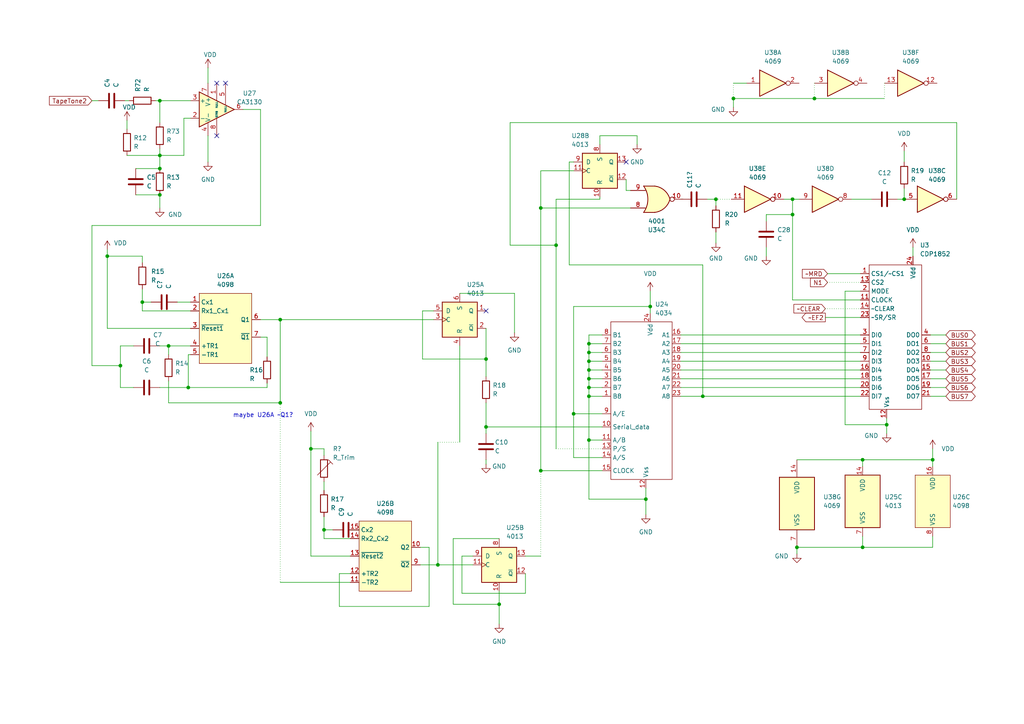
<source format=kicad_sch>
(kicad_sch (version 20211123) (generator eeschema)
  (paper "A4")
  (lib_symbols
    (symbol "4xxx:4001" (pin_names (offset 1.016))
      (property "Reference" "U" (at 0 1.27 0))
      (property "Value" "4001" (at 0 -1.27 0))
      (symbol "4001_1_1"
        (arc (start -3.81 -3.81) (mid -2.589 0) (end -3.81 3.81) (stroke (width 0.254)))
        (arc (start -0.6096 -3.81) (mid 2.1842 -2.5851) (end 3.81 0) (stroke (width 0.254)) (fill (type background)))
        (polyline (pts (xy -3.81 -3.81) (xy -0.635 -3.81)) (stroke (width 0.254)) (fill (type background)))
        (polyline (pts (xy -3.81 3.81) (xy -0.635 3.81)) (stroke (width 0.254)) (fill (type background)))
        (polyline (pts (xy -0.635 3.81) (xy -3.81 3.81) (xy -3.81 3.81) (xy -3.556 3.4036) (xy -3.0226 2.2606) (xy -2.6924 1.0414) (xy -2.6162 -0.254) (xy -2.7686 -1.4986) (xy -3.175 -2.7178) (xy -3.81 -3.81) (xy -3.81 -3.81) (xy -0.635 -3.81)) (stroke (width -25.4)) (fill (type background)))
        (arc (start 3.81 0) (mid 2.1915 2.5936) (end -0.6096 3.81) (stroke (width 0.254)) (fill (type background)))
        (pin input line (at -7.62 2.54 0) (length 4.318) (name "~") (number "1"))
        (pin input line (at -7.62 -2.54 0) (length 4.318) (name "~") (number "2"))
        (pin output inverted (at 7.62 0 180) (length 3.81) (name "~") (number "3"))
      )
      (symbol "4001_1_2"
        (arc (start 0 -3.81) (mid 3.81 0) (end 0 3.81) (stroke (width 0.254)) (fill (type background)))
        (polyline (pts (xy 0 3.81) (xy -3.81 3.81) (xy -3.81 -3.81) (xy 0 -3.81)) (stroke (width 0.254)) (fill (type background)))
        (pin input inverted (at -7.62 2.54 0) (length 3.81) (name "~") (number "1"))
        (pin input inverted (at -7.62 -2.54 0) (length 3.81) (name "~") (number "2"))
        (pin output line (at 7.62 0 180) (length 3.81) (name "~") (number "3"))
      )
      (symbol "4001_2_1"
        (arc (start -3.81 -3.81) (mid -2.589 0) (end -3.81 3.81) (stroke (width 0.254)))
        (arc (start -0.6096 -3.81) (mid 2.1842 -2.5851) (end 3.81 0) (stroke (width 0.254)) (fill (type background)))
        (polyline (pts (xy -3.81 -3.81) (xy -0.635 -3.81)) (stroke (width 0.254)) (fill (type background)))
        (polyline (pts (xy -3.81 3.81) (xy -0.635 3.81)) (stroke (width 0.254)) (fill (type background)))
        (polyline (pts (xy -0.635 3.81) (xy -3.81 3.81) (xy -3.81 3.81) (xy -3.556 3.4036) (xy -3.0226 2.2606) (xy -2.6924 1.0414) (xy -2.6162 -0.254) (xy -2.7686 -1.4986) (xy -3.175 -2.7178) (xy -3.81 -3.81) (xy -3.81 -3.81) (xy -0.635 -3.81)) (stroke (width -25.4)) (fill (type background)))
        (arc (start 3.81 0) (mid 2.1915 2.5936) (end -0.6096 3.81) (stroke (width 0.254)) (fill (type background)))
        (pin output inverted (at 7.62 0 180) (length 3.81) (name "~") (number "4"))
        (pin input line (at -7.62 2.54 0) (length 4.318) (name "~") (number "5"))
        (pin input line (at -7.62 -2.54 0) (length 4.318) (name "~") (number "6"))
      )
      (symbol "4001_2_2"
        (arc (start 0 -3.81) (mid 3.81 0) (end 0 3.81) (stroke (width 0.254)) (fill (type background)))
        (polyline (pts (xy 0 3.81) (xy -3.81 3.81) (xy -3.81 -3.81) (xy 0 -3.81)) (stroke (width 0.254)) (fill (type background)))
        (pin output line (at 7.62 0 180) (length 3.81) (name "~") (number "4"))
        (pin input inverted (at -7.62 2.54 0) (length 3.81) (name "~") (number "5"))
        (pin input inverted (at -7.62 -2.54 0) (length 3.81) (name "~") (number "6"))
      )
      (symbol "4001_3_1"
        (arc (start -3.81 -3.81) (mid -2.589 0) (end -3.81 3.81) (stroke (width 0.254)))
        (arc (start -0.6096 -3.81) (mid 2.1842 -2.5851) (end 3.81 0) (stroke (width 0.254)) (fill (type background)))
        (polyline (pts (xy -3.81 -3.81) (xy -0.635 -3.81)) (stroke (width 0.254)) (fill (type background)))
        (polyline (pts (xy -3.81 3.81) (xy -0.635 3.81)) (stroke (width 0.254)) (fill (type background)))
        (polyline (pts (xy -0.635 3.81) (xy -3.81 3.81) (xy -3.81 3.81) (xy -3.556 3.4036) (xy -3.0226 2.2606) (xy -2.6924 1.0414) (xy -2.6162 -0.254) (xy -2.7686 -1.4986) (xy -3.175 -2.7178) (xy -3.81 -3.81) (xy -3.81 -3.81) (xy -0.635 -3.81)) (stroke (width -25.4)) (fill (type background)))
        (arc (start 3.81 0) (mid 2.1915 2.5936) (end -0.6096 3.81) (stroke (width 0.254)) (fill (type background)))
        (pin output inverted (at 7.62 0 180) (length 3.81) (name "~") (number "10"))
        (pin input line (at -7.62 2.54 0) (length 4.318) (name "~") (number "8"))
        (pin input line (at -7.62 -2.54 0) (length 4.318) (name "~") (number "9"))
      )
      (symbol "4001_3_2"
        (arc (start 0 -3.81) (mid 3.81 0) (end 0 3.81) (stroke (width 0.254)) (fill (type background)))
        (polyline (pts (xy 0 3.81) (xy -3.81 3.81) (xy -3.81 -3.81) (xy 0 -3.81)) (stroke (width 0.254)) (fill (type background)))
        (pin output line (at 7.62 0 180) (length 3.81) (name "~") (number "10"))
        (pin input inverted (at -7.62 2.54 0) (length 3.81) (name "~") (number "8"))
        (pin input inverted (at -7.62 -2.54 0) (length 3.81) (name "~") (number "9"))
      )
      (symbol "4001_4_1"
        (arc (start -3.81 -3.81) (mid -2.589 0) (end -3.81 3.81) (stroke (width 0.254)))
        (arc (start -0.6096 -3.81) (mid 2.1842 -2.5851) (end 3.81 0) (stroke (width 0.254)) (fill (type background)))
        (polyline (pts (xy -3.81 -3.81) (xy -0.635 -3.81)) (stroke (width 0.254)) (fill (type background)))
        (polyline (pts (xy -3.81 3.81) (xy -0.635 3.81)) (stroke (width 0.254)) (fill (type background)))
        (polyline (pts (xy -0.635 3.81) (xy -3.81 3.81) (xy -3.81 3.81) (xy -3.556 3.4036) (xy -3.0226 2.2606) (xy -2.6924 1.0414) (xy -2.6162 -0.254) (xy -2.7686 -1.4986) (xy -3.175 -2.7178) (xy -3.81 -3.81) (xy -3.81 -3.81) (xy -0.635 -3.81)) (stroke (width -25.4)) (fill (type background)))
        (arc (start 3.81 0) (mid 2.1915 2.5936) (end -0.6096 3.81) (stroke (width 0.254)) (fill (type background)))
        (pin output inverted (at 7.62 0 180) (length 3.81) (name "~") (number "11"))
        (pin input line (at -7.62 2.54 0) (length 4.318) (name "~") (number "12"))
        (pin input line (at -7.62 -2.54 0) (length 4.318) (name "~") (number "13"))
      )
      (symbol "4001_4_2"
        (arc (start 0 -3.81) (mid 3.81 0) (end 0 3.81) (stroke (width 0.254)) (fill (type background)))
        (polyline (pts (xy 0 3.81) (xy -3.81 3.81) (xy -3.81 -3.81) (xy 0 -3.81)) (stroke (width 0.254)) (fill (type background)))
        (pin output line (at 7.62 0 180) (length 3.81) (name "~") (number "11"))
        (pin input inverted (at -7.62 2.54 0) (length 3.81) (name "~") (number "12"))
        (pin input inverted (at -7.62 -2.54 0) (length 3.81) (name "~") (number "13"))
      )
      (symbol "4001_5_0"
        (pin power_in line (at 0 12.7 270) (length 5.08) (name "VDD") (number "14"))
        (pin power_in line (at 0 -12.7 90) (length 5.08) (name "VSS") (number "7"))
      )
      (symbol "4001_5_1"
        (rectangle (start -5.08 7.62) (end 5.08 -7.62) (stroke (width 0.254)) (fill (type background)))
      )
    )
    (symbol "4xxx:4013" (pin_names (offset 1.016))
      (property "Reference" "U" (at -7.62 8.89 0))
      (property "Value" "4013" (at -7.62 -8.89 0))
      (symbol "4013_1_1"
        (rectangle (start -5.08 5.08) (end 5.08 -5.08) (stroke (width 0.254)) (fill (type background)))
        (pin output line (at 7.62 2.54 180) (length 2.54) (name "Q") (number "1"))
        (pin output line (at 7.62 -2.54 180) (length 2.54) (name "~{Q}") (number "2"))
        (pin input clock (at -7.62 0 0) (length 2.54) (name "C") (number "3"))
        (pin input line (at 0 -7.62 90) (length 2.54) (name "R") (number "4"))
        (pin input line (at -7.62 2.54 0) (length 2.54) (name "D") (number "5"))
        (pin input line (at 0 7.62 270) (length 2.54) (name "S") (number "6"))
      )
      (symbol "4013_2_1"
        (rectangle (start -5.08 5.08) (end 5.08 -5.08) (stroke (width 0.254)) (fill (type background)))
        (pin input line (at 0 -7.62 90) (length 2.54) (name "R") (number "10"))
        (pin input clock (at -7.62 0 0) (length 2.54) (name "C") (number "11"))
        (pin output line (at 7.62 -2.54 180) (length 2.54) (name "~{Q}") (number "12"))
        (pin output line (at 7.62 2.54 180) (length 2.54) (name "Q") (number "13"))
        (pin input line (at 0 7.62 270) (length 2.54) (name "S") (number "8"))
        (pin input line (at -7.62 2.54 0) (length 2.54) (name "D") (number "9"))
      )
      (symbol "4013_3_0"
        (pin power_in line (at 0 10.16 270) (length 2.54) (name "VDD") (number "14"))
        (pin power_in line (at 0 -10.16 90) (length 2.54) (name "VSS") (number "7"))
      )
      (symbol "4013_3_1"
        (rectangle (start -5.08 7.62) (end 5.08 -7.62) (stroke (width 0.254)) (fill (type background)))
      )
    )
    (symbol "4xxx:4069" (pin_names (offset 1.016))
      (property "Reference" "U" (at 0 1.27 0))
      (property "Value" "4069" (at 0 -1.27 0))
      (symbol "4069_1_0"
        (polyline (pts (xy -3.81 3.81) (xy -3.81 -3.81) (xy 3.81 0) (xy -3.81 3.81)) (stroke (width 0.254)) (fill (type background)))
        (pin input line (at -7.62 0 0) (length 3.81) (name "~") (number "1"))
        (pin output inverted (at 7.62 0 180) (length 3.81) (name "~") (number "2"))
      )
      (symbol "4069_2_0"
        (polyline (pts (xy -3.81 3.81) (xy -3.81 -3.81) (xy 3.81 0) (xy -3.81 3.81)) (stroke (width 0.254)) (fill (type background)))
        (pin input line (at -7.62 0 0) (length 3.81) (name "~") (number "3"))
        (pin output inverted (at 7.62 0 180) (length 3.81) (name "~") (number "4"))
      )
      (symbol "4069_3_0"
        (polyline (pts (xy -3.81 3.81) (xy -3.81 -3.81) (xy 3.81 0) (xy -3.81 3.81)) (stroke (width 0.254)) (fill (type background)))
        (pin input line (at -7.62 0 0) (length 3.81) (name "~") (number "5"))
        (pin output inverted (at 7.62 0 180) (length 3.81) (name "~") (number "6"))
      )
      (symbol "4069_4_0"
        (polyline (pts (xy -3.81 3.81) (xy -3.81 -3.81) (xy 3.81 0) (xy -3.81 3.81)) (stroke (width 0.254)) (fill (type background)))
        (pin output inverted (at 7.62 0 180) (length 3.81) (name "~") (number "8"))
        (pin input line (at -7.62 0 0) (length 3.81) (name "~") (number "9"))
      )
      (symbol "4069_5_0"
        (polyline (pts (xy -3.81 3.81) (xy -3.81 -3.81) (xy 3.81 0) (xy -3.81 3.81)) (stroke (width 0.254)) (fill (type background)))
        (pin output inverted (at 7.62 0 180) (length 3.81) (name "~") (number "10"))
        (pin input line (at -7.62 0 0) (length 3.81) (name "~") (number "11"))
      )
      (symbol "4069_6_0"
        (polyline (pts (xy -3.81 3.81) (xy -3.81 -3.81) (xy 3.81 0) (xy -3.81 3.81)) (stroke (width 0.254)) (fill (type background)))
        (pin output inverted (at 7.62 0 180) (length 3.81) (name "~") (number "12"))
        (pin input line (at -7.62 0 0) (length 3.81) (name "~") (number "13"))
      )
      (symbol "4069_7_0"
        (pin power_in line (at 0 12.7 270) (length 5.08) (name "VDD") (number "14"))
        (pin power_in line (at 0 -12.7 90) (length 5.08) (name "VSS") (number "7"))
      )
      (symbol "4069_7_1"
        (rectangle (start -5.08 7.62) (end 5.08 -7.62) (stroke (width 0.254)) (fill (type background)))
      )
    )
    (symbol "4xxx:4098"
      (property "Reference" "U" (at -5.08 11.43 0))
      (property "Value" "4098" (at -5.08 -11.43 0))
      (symbol "4098_1_1"
        (rectangle (start -7.62 10.16) (end 7.62 -10.16) (fill (type background)))
        (pin input line (at -10.16 7.62 0) (length 2.54) (name "Cx1") (number "1"))
        (pin input line (at -10.16 5.08 0) (length 2.54) (name "Rx1_Cx1") (number "2"))
        (pin input line (at -10.16 0 0) (length 2.54) (name "~{Reset1}") (number "3"))
        (pin input line (at -10.16 -5.08 0) (length 2.54) (name "+TR1") (number "4"))
        (pin input line (at -10.16 -7.62 0) (length 2.54) (name "-TR1") (number "5"))
        (pin output line (at 10.16 2.54 180) (length 2.54) (name "Q1") (number "6"))
        (pin output line (at 10.16 -2.54 180) (length 2.54) (name "~{Q1}") (number "7"))
      )
      (symbol "4098_2_1"
        (rectangle (start -7.62 10.16) (end 7.62 -10.16) (fill (type background)))
        (pin output line (at 10.16 2.54 180) (length 2.54) (name "Q2") (number "10"))
        (pin input line (at -10.16 -7.62 0) (length 2.54) (name "-TR2") (number "11"))
        (pin input line (at -10.16 -5.08 0) (length 2.54) (name "+TR2") (number "12"))
        (pin input line (at -10.16 0 0) (length 2.54) (name "~{Reset2}") (number "13"))
        (pin input line (at -10.16 5.08 0) (length 2.54) (name "Rx2_Cx2") (number "14"))
        (pin input line (at -10.16 7.62 0) (length 2.54) (name "Cx2") (number "15"))
        (pin output line (at 10.16 -2.54 180) (length 2.54) (name "~{Q2}") (number "9"))
      )
      (symbol "4098_3_1"
        (rectangle (start -5.08 7.62) (end 5.08 -7.62) (fill (type background)))
        (pin power_in line (at 0 10.16 270) (length 2.54) (name "VDD") (number "16"))
        (pin power_in line (at 0 -10.16 90) (length 2.54) (name "VSS") (number "8"))
      )
    )
    (symbol "Amplifier_Operational:CA3130" (pin_names (offset 0.127))
      (property "Reference" "U" (at 6.35 5.08 0))
      (property "Value" "CA3130" (at 6.35 2.54 0))
      (symbol "CA3130_0_1"
        (polyline (pts (xy -5.08 5.08) (xy 5.08 0) (xy -5.08 -5.08) (xy -5.08 5.08)) (stroke (width 0.254)) (fill (type background)))
      )
      (symbol "CA3130_1_1"
        (pin passive line (at 0 7.62 270) (length 5.08) (name "NULL") (number "1"))
        (pin input line (at -7.62 -2.54 0) (length 2.54) (name "-") (number "2"))
        (pin input line (at -7.62 2.54 0) (length 2.54) (name "+") (number "3"))
        (pin power_in line (at -2.54 -7.62 90) (length 3.81) (name "V-") (number "4"))
        (pin passive line (at 2.54 7.62 270) (length 6.35) (name "NULL") (number "5"))
        (pin output line (at 7.62 0 180) (length 2.54) (name "~") (number "6"))
        (pin power_in line (at -2.54 7.62 270) (length 3.81) (name "V+") (number "7"))
        (pin passive line (at 0 -7.62 90) (length 5.08) (name "STRB") (number "8"))
      )
    )
    (symbol "Device:C" (pin_numbers hide) (pin_names (offset 0.254))
      (property "Reference" "C" (at 0.635 2.54 0))
      (property "Value" "C" (at 0.635 -2.54 0))
      (symbol "C_0_1"
        (polyline (pts (xy -2.032 -0.762) (xy 2.032 -0.762)) (stroke (width 0.508)))
        (polyline (pts (xy -2.032 0.762) (xy 2.032 0.762)) (stroke (width 0.508)))
      )
      (symbol "C_1_1"
        (pin passive line (at 0 3.81 270) (length 2.794) (name "~") (number "1"))
        (pin passive line (at 0 -3.81 90) (length 2.794) (name "~") (number "2"))
      )
    )
    (symbol "Device:R" (pin_numbers hide) (pin_names (offset 0))
      (property "Reference" "R" (at 2.032 0 90))
      (property "Value" "R" (at 0 0 90))
      (symbol "R_0_1"
        (rectangle (start -1.016 -2.54) (end 1.016 2.54) (stroke (width 0.254)))
      )
      (symbol "R_1_1"
        (pin passive line (at 0 3.81 270) (length 1.27) (name "~") (number "1"))
        (pin passive line (at 0 -3.81 90) (length 1.27) (name "~") (number "2"))
      )
    )
    (symbol "Device:R_Trim" (pin_numbers hide) (pin_names (offset 0))
      (property "Reference" "R" (at 2.54 -2.54 90))
      (property "Value" "R_Trim" (at -2.54 -0.635 90))
      (symbol "R_Trim_0_1"
        (rectangle (start -1.016 -2.54) (end 1.016 2.54) (stroke (width 0.254)))
        (polyline (pts (xy -1.905 -1.905) (xy 1.905 1.905) (xy 2.54 1.27) (xy 1.27 2.54)))
      )
      (symbol "R_Trim_1_1"
        (pin passive line (at 0 3.81 270) (length 1.27) (name "~") (number "1"))
        (pin passive line (at 0 -3.81 90) (length 1.27) (name "~") (number "2"))
      )
    )
    (symbol "New_Library:4034"
      (property "Reference" "U" (at 0 29.21 0))
      (property "Value" "4034" (at 0 31.75 0))
      (symbol "4034_0_1"
        (rectangle (start -8.89 17.78) (end 8.89 -27.94))
      )
      (symbol "4034_1_1"
        (pin bidirectional line (at -11.43 -3.81 0) (length 2.54) (name "B8") (number "1"))
        (pin bidirectional line (at -11.43 -12.7 0) (length 2.54) (name "Serial_data") (number "10"))
        (pin input line (at -11.43 -16.51 0) (length 2.54) (name "A/B") (number "11"))
        (pin power_in line (at 1.27 -30.48 90) (length 2.54) (name "Vss") (number "12"))
        (pin input line (at -11.43 -19.05 0) (length 2.54) (name "P/S") (number "13"))
        (pin input line (at -11.43 -21.59 0) (length 2.54) (name "A/S") (number "14"))
        (pin input line (at -11.43 -25.4 0) (length 2.54) (name "CLOCK") (number "15"))
        (pin bidirectional line (at 11.43 13.97 180) (length 2.54) (name "A1") (number "16"))
        (pin bidirectional line (at 11.43 11.43 180) (length 2.54) (name "A2") (number "17"))
        (pin bidirectional line (at 11.43 8.89 180) (length 2.54) (name "A3") (number "18"))
        (pin bidirectional line (at 11.43 6.35 180) (length 2.54) (name "A4") (number "19"))
        (pin bidirectional line (at -11.43 -1.27 0) (length 2.54) (name "B7") (number "2"))
        (pin bidirectional line (at 11.43 3.81 180) (length 2.54) (name "A5") (number "20"))
        (pin bidirectional line (at 11.43 1.27 180) (length 2.54) (name "A6") (number "21"))
        (pin bidirectional line (at 11.43 -1.27 180) (length 2.54) (name "A7") (number "22"))
        (pin bidirectional line (at 11.43 -3.81 180) (length 2.54) (name "A8") (number "23"))
        (pin power_in line (at 2.54 20.32 270) (length 2.54) (name "Vdd") (number "24"))
        (pin bidirectional line (at -11.43 1.27 0) (length 2.54) (name "B6") (number "3"))
        (pin bidirectional line (at -11.43 3.81 0) (length 2.54) (name "B5") (number "4"))
        (pin bidirectional line (at -11.43 6.35 0) (length 2.54) (name "B4") (number "5"))
        (pin bidirectional line (at -11.43 8.89 0) (length 2.54) (name "B3") (number "6"))
        (pin bidirectional line (at -11.43 11.43 0) (length 2.54) (name "B2") (number "7"))
        (pin bidirectional line (at -11.43 13.97 0) (length 2.54) (name "B1") (number "8"))
        (pin input line (at -11.43 -8.89 0) (length 2.54) (name "A/E") (number "9"))
      )
    )
    (symbol "New_Library:CDP1852"
      (property "Reference" "U" (at 0 21.59 0))
      (property "Value" "CDP1852" (at 0 24.13 0))
      (symbol "CDP1852_0_1"
        (rectangle (start -7.62 19.05) (end 7.62 -22.86))
      )
      (symbol "CDP1852_1_1"
        (pin input line (at -10.16 16.51 0) (length 2.54) (name "CS1/~CS1") (number "1"))
        (pin output line (at 10.16 -8.89 180) (length 2.54) (name "DO3") (number "10"))
        (pin input line (at -10.16 8.89 0) (length 2.54) (name "CLOCK") (number "11"))
        (pin power_in line (at -2.54 -25.4 90) (length 2.54) (name "Vss") (number "12"))
        (pin input line (at -10.16 13.97 0) (length 2.54) (name "CS2") (number "13"))
        (pin input line (at -10.16 6.35 0) (length 2.54) (name "~CLEAR") (number "14"))
        (pin output line (at 10.16 -11.43 180) (length 2.54) (name "DO4") (number "15"))
        (pin input line (at -10.16 -11.43 0) (length 2.54) (name "DI4") (number "16"))
        (pin output line (at 10.16 -13.97 180) (length 2.54) (name "DO5") (number "17"))
        (pin input line (at -10.16 -13.97 0) (length 2.54) (name "DI5") (number "18"))
        (pin output line (at 10.16 -16.51 180) (length 2.54) (name "DO6") (number "19"))
        (pin input line (at -10.16 11.43 0) (length 2.54) (name "MODE") (number "2"))
        (pin input line (at -10.16 -16.51 0) (length 2.54) (name "DI6") (number "20"))
        (pin output line (at 10.16 -19.05 180) (length 2.54) (name "DO7") (number "21"))
        (pin input line (at -10.16 -19.05 0) (length 2.54) (name "DI7") (number "22"))
        (pin input line (at -10.16 3.81 0) (length 2.54) (name "~SR/SR") (number "23"))
        (pin power_in line (at 5.08 21.59 270) (length 2.54) (name "Vdd") (number "24"))
        (pin input line (at -10.16 -1.27 0) (length 2.54) (name "DI0") (number "3"))
        (pin output line (at 10.16 -1.27 180) (length 2.54) (name "DO0") (number "4"))
        (pin input line (at -10.16 -3.81 0) (length 2.54) (name "DI1") (number "5"))
        (pin output line (at 10.16 -3.81 180) (length 2.54) (name "DO1") (number "6"))
        (pin input line (at -10.16 -6.35 0) (length 2.54) (name "DI2") (number "7"))
        (pin output line (at 10.16 -6.35 180) (length 2.54) (name "DO2") (number "8"))
        (pin input line (at -10.16 -8.89 0) (length 2.54) (name "DI3") (number "9"))
      )
    )
    (symbol "power:GND" (power) (pin_names (offset 0))
      (property "Value" "GND" (at 0 -3.81 0))
      (symbol "GND_0_1"
        (polyline (pts (xy 0 0) (xy 0 -1.27) (xy 1.27 -1.27) (xy 0 -2.54) (xy -1.27 -1.27) (xy 0 -1.27)))
      )
      (symbol "GND_1_1"
        (pin power_in line (at 0 0 270) (length 0) hide (name "GND") (number "1"))
      )
    )
    (symbol "power:VDD" (power) (pin_names (offset 0))
      (property "Value" "VDD" (at 0 3.81 0))
      (symbol "VDD_0_1"
        (polyline (pts (xy -0.762 1.27) (xy 0 2.54)))
        (polyline (pts (xy 0 0) (xy 0 2.54)))
        (polyline (pts (xy 0 2.54) (xy 0.762 1.27)))
      )
      (symbol "VDD_1_1"
        (pin power_in line (at 0 0 90) (length 0) hide (name "VDD") (number "1"))
      )
    )
  )
  (junction (at 144.78 175.26))
  (junction (at 170.815 104.775))
  (junction (at 161.29 71.12))
  (junction (at 93.98 153.67))
  (junction (at 188.595 88.9))
  (junction (at 170.815 127.635))
  (junction (at 81.28 92.71))
  (junction (at 127 163.83))
  (junction (at 270.51 133.35))
  (junction (at 236.22 28.575))
  (junction (at 203.835 114.935))
  (junction (at 212.725 28.575))
  (junction (at 54.61 112.395))
  (junction (at 170.815 102.235))
  (junction (at 231.14 158.75))
  (junction (at 46.355 48.895))
  (junction (at 140.97 104.14))
  (junction (at 257.175 123.19))
  (junction (at 187.325 144.78))
  (junction (at 81.28 116.84))
  (junction (at 170.815 112.395))
  (junction (at 229.87 57.785))
  (junction (at 34.925 106.045))
  (junction (at 48.895 100.33))
  (junction (at 31.115 74.295))
  (junction (at 140.97 123.825))
  (junction (at 170.815 107.315))
  (junction (at 170.815 99.695))
  (junction (at 46.355 56.515))
  (junction (at 46.355 29.21))
  (junction (at 262.255 57.785))
  (junction (at 250.19 133.35))
  (junction (at 156.845 60.325))
  (junction (at 207.645 57.785))
  (junction (at 170.815 109.855))
  (junction (at 90.17 130.175))
  (junction (at 41.275 87.63))
  (junction (at 166.37 120.015))
  (junction (at 46.355 45.085))
  (junction (at 156.845 136.525))
  (junction (at 250.19 158.75))
  (junction (at 229.87 62.23))
  (junction (at 170.815 114.935))
  (no_connect (at 62.865 39.37))
  (no_connect (at 62.865 24.13))
  (no_connect (at 65.405 24.13))
  (no_connect (at 140.97 90.17))
  (no_connect (at 181.61 46.99))
  (wire (pts (xy 170.815 102.235) (xy 174.625 102.235)))
  (wire (pts (xy 104.14 153.67) (xy 101.6 153.67)))
  (wire (pts (xy 147.955 35.56) (xy 277.495 35.56)))
  (wire (pts (xy 147.955 71.12) (xy 161.29 71.12)))
  (wire (pts (xy 229.87 62.23) (xy 229.87 86.995)))
  (wire (pts (xy 133.35 85.09) (xy 149.225 85.09)))
  (wire (pts (xy 197.485 99.695) (xy 249.555 99.695)))
  (wire (pts (xy 26.67 29.21) (xy 28.575 29.21)))
  (wire (pts (xy 46.355 29.21) (xy 46.355 35.56)))
  (wire (pts (xy 197.485 109.855) (xy 249.555 109.855)))
  (wire (pts (xy 198.12 57.785) (xy 197.485 57.785)))
  (wire (pts (xy 53.34 34.29) (xy 53.34 45.085)))
  (wire (pts (xy 156.845 60.325) (xy 182.88 60.325)))
  (wire (pts (xy 60.325 19.685) (xy 60.325 24.13)))
  (wire (pts (xy 240.03 79.375) (xy 249.555 79.375)))
  (wire (pts (xy 250.19 133.35) (xy 270.51 133.35)))
  (wire (pts (xy 166.37 49.53) (xy 156.845 49.53)))
  (wire (pts (xy 170.815 127.635) (xy 174.625 127.635)))
  (wire (pts (xy 188.595 88.9) (xy 188.595 90.805)))
  (wire (pts (xy 174.625 132.715) (xy 166.37 132.715)))
  (wire (pts (xy 269.875 109.855) (xy 274.32 109.855)))
  (wire (pts (xy 229.87 57.785) (xy 231.775 57.785)))
  (wire (pts (xy 70.485 31.75) (xy 75.565 31.75)))
  (wire (pts (xy 41.275 87.63) (xy 41.275 90.17)))
  (wire (pts (xy 165.1 46.99) (xy 165.1 76.835)))
  (wire (pts (xy 236.22 28.575) (xy 212.725 28.575)))
  (wire (pts (xy 48.895 116.84) (xy 81.28 116.84)))
  (wire (pts (xy 245.11 123.19) (xy 257.175 123.19)))
  (wire (pts (xy 75.565 92.71) (xy 81.28 92.71)))
  (wire (pts (xy 269.875 114.935) (xy 274.32 114.935)))
  (wire (pts (xy 184.785 39.37) (xy 184.785 41.91)))
  (wire (pts (xy 161.29 57.785) (xy 173.99 57.785)))
  (wire (pts (xy 90.17 125.095) (xy 90.17 130.175)))
  (wire (pts (xy 41.275 83.82) (xy 41.275 87.63)))
  (wire (pts (xy 133.985 172.085) (xy 152.4 172.085)))
  (wire (pts (xy 250.19 133.35) (xy 250.19 135.255)))
  (wire (pts (xy 256.54 28.575) (xy 236.22 28.575)))
  (wire (pts (xy 101.6 166.37) (xy 98.425 166.37)))
  (wire (pts (xy 38.735 100.33) (xy 34.925 100.33)))
  (wire (pts (xy 54.61 112.395) (xy 54.61 102.87)))
  (wire (pts (xy 53.34 34.29) (xy 55.245 34.29)))
  (wire (pts (xy 270.51 155.575) (xy 270.51 158.75)))
  (wire (pts (xy 31.115 74.295) (xy 31.115 95.25)))
  (wire (pts (xy 181.61 55.245) (xy 182.88 55.245)))
  (wire (pts (xy 170.815 109.855) (xy 174.625 109.855)))
  (wire (pts (xy 170.815 112.395) (xy 170.815 114.935)))
  (wire (pts (xy 170.815 107.315) (xy 174.625 107.315)))
  (wire (pts (xy 98.425 175.895) (xy 124.46 175.895)))
  (wire (pts (xy 45.085 29.21) (xy 46.355 29.21)))
  (wire (pts (xy 207.645 57.785) (xy 212.09 57.785)) (stroke (width 0) (type dot)))
  (wire (pts (xy 81.28 92.71) (xy 81.28 116.84)))
  (wire (pts (xy 93.98 156.21) (xy 101.6 156.21)))
  (wire (pts (xy 245.11 84.455) (xy 245.11 123.19)))
  (wire (pts (xy 127 128.27) (xy 127 163.83)))
  (wire (pts (xy 46.355 29.21) (xy 55.245 29.21)))
  (wire (pts (xy 46.355 45.085) (xy 46.355 48.895)))
  (wire (pts (xy 31.115 72.39) (xy 31.115 74.295)))
  (wire (pts (xy 207.645 57.785) (xy 207.645 59.69)))
  (wire (pts (xy 270.51 158.75) (xy 250.19 158.75)))
  (wire (pts (xy 170.815 97.155) (xy 170.815 99.695)))
  (wire (pts (xy 207.645 67.31) (xy 207.645 70.485)))
  (wire (pts (xy 197.485 107.315) (xy 249.555 107.315)))
  (wire (pts (xy 34.925 100.33) (xy 34.925 106.045)))
  (wire (pts (xy 90.17 161.29) (xy 101.6 161.29)))
  (wire (pts (xy 156.845 136.525) (xy 174.625 136.525)))
  (wire (pts (xy 269.875 99.695) (xy 274.32 99.695)))
  (wire (pts (xy 229.87 86.995) (xy 249.555 86.995)))
  (wire (pts (xy 140.97 104.14) (xy 140.97 95.25)))
  (wire (pts (xy 137.16 161.29) (xy 133.985 161.29)))
  (wire (pts (xy 170.815 104.775) (xy 174.625 104.775)))
  (wire (pts (xy 270.51 133.35) (xy 270.51 135.255)))
  (wire (pts (xy 133.985 161.29) (xy 133.985 172.085)))
  (wire (pts (xy 277.495 57.785) (xy 277.495 35.56)))
  (wire (pts (xy 36.83 45.085) (xy 46.355 45.085)))
  (wire (pts (xy 197.485 102.235) (xy 249.555 102.235)))
  (wire (pts (xy 262.255 54.61) (xy 262.255 57.785)))
  (wire (pts (xy 41.275 90.17) (xy 55.245 90.17)))
  (wire (pts (xy 166.37 88.9) (xy 166.37 120.015)))
  (wire (pts (xy 98.425 166.37) (xy 98.425 175.895)))
  (wire (pts (xy 236.22 24.13) (xy 236.22 28.575)) (stroke (width 0) (type dot)))
  (wire (pts (xy 257.175 123.19) (xy 257.175 121.285)))
  (wire (pts (xy 48.895 100.33) (xy 55.245 100.33)))
  (wire (pts (xy 212.725 28.575) (xy 212.725 31.115)))
  (wire (pts (xy 36.195 29.21) (xy 37.465 29.21)))
  (wire (pts (xy 187.325 144.78) (xy 187.325 149.225)))
  (wire (pts (xy 260.35 57.785) (xy 262.255 57.785)))
  (wire (pts (xy 269.875 104.775) (xy 274.32 104.775)))
  (wire (pts (xy 140.97 123.825) (xy 140.97 125.73)))
  (wire (pts (xy 131.445 175.26) (xy 144.78 175.26)))
  (wire (pts (xy 269.875 102.235) (xy 274.32 102.235)))
  (wire (pts (xy 140.97 104.14) (xy 140.97 109.22)))
  (wire (pts (xy 264.795 71.755) (xy 264.795 74.295)))
  (wire (pts (xy 127 128.27) (xy 133.35 128.27)) (stroke (width 0) (type dot)))
  (wire (pts (xy 93.98 153.67) (xy 93.98 156.21)))
  (wire (pts (xy 166.37 120.015) (xy 174.625 120.015)))
  (wire (pts (xy 144.78 175.26) (xy 144.78 180.975)))
  (wire (pts (xy 188.595 84.455) (xy 188.595 88.9)))
  (wire (pts (xy 54.61 102.87) (xy 55.245 102.87)))
  (wire (pts (xy 48.895 110.49) (xy 48.895 116.84)))
  (wire (pts (xy 170.815 109.855) (xy 170.815 112.395)))
  (wire (pts (xy 147.955 35.56) (xy 147.955 71.12)))
  (wire (pts (xy 124.46 175.895) (xy 124.46 158.75)))
  (wire (pts (xy 187.325 144.78) (xy 187.325 141.605)))
  (wire (pts (xy 75.565 31.75) (xy 75.565 65.405)))
  (wire (pts (xy 140.97 123.825) (xy 174.625 123.825)))
  (wire (pts (xy 239.395 89.535) (xy 249.555 89.535)) (stroke (width 0) (type dot)))
  (wire (pts (xy 75.565 65.405) (xy 26.67 65.405)))
  (wire (pts (xy 166.37 46.99) (xy 165.1 46.99)))
  (wire (pts (xy 197.485 97.155) (xy 249.555 97.155)))
  (wire (pts (xy 131.445 156.21) (xy 131.445 175.26)))
  (wire (pts (xy 124.46 158.75) (xy 121.92 158.75)))
  (wire (pts (xy 250.19 155.575) (xy 250.19 158.75)))
  (wire (pts (xy 166.37 88.9) (xy 188.595 88.9)))
  (wire (pts (xy 256.54 24.13) (xy 256.54 28.575)) (stroke (width 0) (type dot)))
  (wire (pts (xy 161.29 130.175) (xy 174.625 130.175)) (stroke (width 0) (type dot)))
  (wire (pts (xy 170.815 102.235) (xy 170.815 104.775)))
  (wire (pts (xy 170.815 114.935) (xy 174.625 114.935)))
  (wire (pts (xy 39.37 56.515) (xy 46.355 56.515)))
  (wire (pts (xy 270.51 130.175) (xy 270.51 133.35)))
  (wire (pts (xy 144.78 175.26) (xy 144.78 171.45)))
  (wire (pts (xy 197.485 104.775) (xy 249.555 104.775)))
  (wire (pts (xy 36.83 34.925) (xy 36.83 37.465)))
  (wire (pts (xy 227.33 57.785) (xy 229.87 57.785)))
  (wire (pts (xy 197.485 114.935) (xy 203.835 114.935)))
  (wire (pts (xy 161.29 71.12) (xy 161.29 130.175)))
  (wire (pts (xy 149.225 85.09) (xy 149.225 96.52)))
  (wire (pts (xy 93.98 139.7) (xy 93.98 142.24)))
  (wire (pts (xy 197.485 112.395) (xy 249.555 112.395)))
  (wire (pts (xy 170.815 107.315) (xy 170.815 109.855)))
  (wire (pts (xy 249.555 84.455) (xy 245.11 84.455)))
  (wire (pts (xy 174.625 97.155) (xy 170.815 97.155)))
  (wire (pts (xy 46.355 100.33) (xy 48.895 100.33)))
  (wire (pts (xy 222.25 62.23) (xy 229.87 62.23)))
  (wire (pts (xy 156.845 161.29) (xy 156.845 136.525)) (stroke (width 0) (type dot)))
  (wire (pts (xy 229.87 57.785) (xy 229.87 62.23)))
  (wire (pts (xy 152.4 172.085) (xy 152.4 166.37)))
  (wire (pts (xy 125.73 90.17) (xy 122.555 90.17)))
  (wire (pts (xy 203.835 114.935) (xy 249.555 114.935)))
  (wire (pts (xy 257.175 123.19) (xy 257.175 125.73)))
  (wire (pts (xy 173.99 41.91) (xy 173.99 39.37)))
  (wire (pts (xy 26.67 106.045) (xy 34.925 106.045)))
  (wire (pts (xy 165.1 76.835) (xy 203.835 76.835)))
  (wire (pts (xy 93.98 149.86) (xy 93.98 153.67)))
  (wire (pts (xy 240.03 81.915) (xy 249.555 81.915)) (stroke (width 0) (type dot)))
  (wire (pts (xy 205.105 57.785) (xy 207.645 57.785)))
  (wire (pts (xy 170.815 127.635) (xy 170.815 144.78)))
  (wire (pts (xy 133.35 100.33) (xy 133.35 128.27)))
  (wire (pts (xy 170.815 104.775) (xy 170.815 107.315)))
  (wire (pts (xy 60.325 39.37) (xy 60.325 46.99)))
  (wire (pts (xy 51.435 87.63) (xy 55.245 87.63)))
  (wire (pts (xy 81.28 92.71) (xy 125.73 92.71)))
  (wire (pts (xy 173.99 57.15) (xy 173.99 57.785)))
  (wire (pts (xy 269.875 112.395) (xy 274.32 112.395)))
  (wire (pts (xy 222.25 62.23) (xy 222.25 64.135)))
  (wire (pts (xy 140.97 116.84) (xy 140.97 123.825)))
  (wire (pts (xy 127 163.83) (xy 137.16 163.83)))
  (wire (pts (xy 144.78 156.21) (xy 131.445 156.21)))
  (wire (pts (xy 122.555 90.17) (xy 122.555 104.14)))
  (wire (pts (xy 39.37 48.895) (xy 46.355 48.895)))
  (wire (pts (xy 46.355 43.18) (xy 46.355 45.085)))
  (wire (pts (xy 222.25 71.755) (xy 222.25 74.295)))
  (wire (pts (xy 170.815 144.78) (xy 187.325 144.78)))
  (wire (pts (xy 161.29 57.785) (xy 161.29 71.12)))
  (wire (pts (xy 43.815 87.63) (xy 41.275 87.63)))
  (wire (pts (xy 231.14 158.75) (xy 231.14 160.655)))
  (wire (pts (xy 75.565 97.79) (xy 77.47 97.79)))
  (wire (pts (xy 212.725 24.13) (xy 212.725 28.575)) (stroke (width 0) (type dot)))
  (wire (pts (xy 269.875 97.155) (xy 274.32 97.155)))
  (wire (pts (xy 34.925 106.045) (xy 34.925 112.395)))
  (wire (pts (xy 170.815 112.395) (xy 174.625 112.395)))
  (wire (pts (xy 262.255 43.815) (xy 262.255 46.99)))
  (wire (pts (xy 166.37 132.715) (xy 166.37 120.015)))
  (wire (pts (xy 247.015 57.785) (xy 252.73 57.785)))
  (wire (pts (xy 156.845 49.53) (xy 156.845 60.325)))
  (wire (pts (xy 93.98 132.08) (xy 93.98 130.175)))
  (wire (pts (xy 48.895 100.33) (xy 48.895 102.87)))
  (wire (pts (xy 140.97 133.35) (xy 140.97 134.62)))
  (wire (pts (xy 81.28 116.84) (xy 81.28 168.91)) (stroke (width 0) (type dot)))
  (wire (pts (xy 90.17 130.175) (xy 90.17 161.29)))
  (wire (pts (xy 93.98 130.175) (xy 90.17 130.175)))
  (wire (pts (xy 122.555 104.14) (xy 140.97 104.14)))
  (wire (pts (xy 203.835 76.835) (xy 203.835 114.935)))
  (wire (pts (xy 170.815 114.935) (xy 170.815 127.635)))
  (wire (pts (xy 34.925 112.395) (xy 38.735 112.395)))
  (wire (pts (xy 173.99 39.37) (xy 184.785 39.37)))
  (wire (pts (xy 81.28 168.91) (xy 101.6 168.91)))
  (wire (pts (xy 46.355 112.395) (xy 54.61 112.395)))
  (wire (pts (xy 77.47 97.79) (xy 77.47 103.505)))
  (wire (pts (xy 55.245 95.25) (xy 31.115 95.25)))
  (wire (pts (xy 216.535 24.13) (xy 212.725 24.13)))
  (wire (pts (xy 46.355 56.515) (xy 46.355 60.325)))
  (wire (pts (xy 26.67 106.045) (xy 26.67 65.405)))
  (wire (pts (xy 170.815 99.695) (xy 170.815 102.235)))
  (wire (pts (xy 96.52 153.67) (xy 93.98 153.67)))
  (wire (pts (xy 181.61 52.07) (xy 181.61 55.245)))
  (wire (pts (xy 46.355 45.085) (xy 53.34 45.085)))
  (wire (pts (xy 121.92 163.83) (xy 127 163.83)))
  (wire (pts (xy 77.47 112.395) (xy 54.61 112.395)))
  (wire (pts (xy 152.4 161.29) (xy 156.845 161.29)))
  (wire (pts (xy 231.14 158.75) (xy 250.19 158.75)))
  (wire (pts (xy 239.395 92.075) (xy 249.555 92.075)))
  (wire (pts (xy 41.275 76.2) (xy 41.275 74.295)))
  (wire (pts (xy 156.845 60.325) (xy 156.845 136.525)))
  (wire (pts (xy 269.875 107.315) (xy 274.32 107.315)))
  (wire (pts (xy 41.275 74.295) (xy 31.115 74.295)))
  (wire (pts (xy 231.14 133.35) (xy 250.19 133.35)))
  (wire (pts (xy 170.815 99.695) (xy 174.625 99.695)))
  (wire (pts (xy 77.47 111.125) (xy 77.47 112.395)))
  (text "maybe U26A ~Q1?" (at 85.09 121.285 180) (effects (font (size 1.27 1.27)) (justify right bottom)))
  (global_label "TapeTone2" (shape input) (at 26.67 29.21 180) (property "Intersheet References" "${INTERSHEET_REFS}" (effects hide)))
  (global_label "N1" (shape input) (at 240.03 81.915 180) (property "Intersheet References" "${INTERSHEET_REFS}" (effects hide)))
  (global_label "BUS6" (shape bidirectional) (at 274.32 112.395 0) (property "Intersheet References" "${INTERSHEET_REFS}" (effects hide)))
  (global_label "BUS5" (shape bidirectional) (at 274.32 109.855 0) (property "Intersheet References" "${INTERSHEET_REFS}" (effects hide)))
  (global_label "BUS1" (shape bidirectional) (at 274.32 99.695 0) (property "Intersheet References" "${INTERSHEET_REFS}" (effects hide)))
  (global_label "~CLEAR" (shape input) (at 239.395 89.535 180) (property "Intersheet References" "${INTERSHEET_REFS}" (effects hide)))
  (global_label "BUS4" (shape bidirectional) (at 274.32 107.315 0) (property "Intersheet References" "${INTERSHEET_REFS}" (effects hide)))
  (global_label "BUS2" (shape bidirectional) (at 274.32 102.235 0) (property "Intersheet References" "${INTERSHEET_REFS}" (effects hide)))
  (global_label "BUS0" (shape bidirectional) (at 274.32 97.155 0) (property "Intersheet References" "${INTERSHEET_REFS}" (effects hide)))
  (global_label "BUS3" (shape bidirectional) (at 274.32 104.775 0) (property "Intersheet References" "${INTERSHEET_REFS}" (effects hide)))
  (global_label "~MRD" (shape input) (at 240.03 79.375 180) (property "Intersheet References" "${INTERSHEET_REFS}" (effects hide)))
  (global_label "BUS7" (shape bidirectional) (at 274.32 114.935 0) (property "Intersheet References" "${INTERSHEET_REFS}" (effects hide)))
  (global_label "~EF2" (shape output) (at 239.395 92.075 180) (property "Intersheet References" "${INTERSHEET_REFS}" (effects hide)))
  (symbol (lib_id "Device:C") (at 32.385 29.21 90) (unit 1)
    (property "Reference" "C4" (at 31.1149 25.4 0) (effects (justify left)))
    (property "Value" "C" (at 33.6549 25.4 0) (effects (justify left)))
  )
  (symbol (lib_id "4xxx:4069") (at 264.16 24.13 0) (unit 6)
    (property "Reference" "U38" (at 264.16 15.24 0))
    (property "Value" "4069" (at 264.16 17.78 0))
    (property "Datasheet" "http://www.intersil.com/content/dam/Intersil/documents/cd40/cd4069ubms.pdf" (effects hide))
  )
  (symbol (lib_id "power:GND") (at 207.645 70.485 0) (unit 1)
    (property "Reference" "#PWR?" (effects hide))
    (property "Value" "GND" (at 207.645 74.93 0))
  )
  (symbol (lib_id "4xxx:4069") (at 269.875 57.785 0) (unit 3)
    (property "Reference" "U38" (at 271.78 49.53 0))
    (property "Value" "4069" (at 271.78 52.07 0))
    (property "Datasheet" "http://www.intersil.com/content/dam/Intersil/documents/cd40/cd4069ubms.pdf" (effects hide))
  )
  (symbol (lib_id "4xxx:4013") (at 250.19 145.415 0) (unit 3)
    (property "Reference" "U25" (at 256.54 144.1449 0) (effects (justify left)))
    (property "Value" "4013" (at 256.54 146.6849 0) (effects (justify left)))
    (property "Datasheet" "http://www.onsemi.com/pub/Collateral/MC14013B-D.PDF" (effects hide))
  )
  (symbol (lib_id "Device:R") (at 140.97 113.03 0) (unit 1)
    (property "Reference" "R18" (at 142.875 111.7599 0) (effects (justify left)))
    (property "Value" "R" (at 142.875 114.2999 0) (effects (justify left)))
  )
  (symbol (lib_id "Amplifier_Operational:CA3130") (at 62.865 31.75 0) (unit 1)
    (property "Reference" "U27" (at 72.39 27.051 0))
    (property "Value" "CA3130" (at 72.39 29.591 0))
    (property "Datasheet" "http://www.intersil.com/content/dam/intersil/documents/ca31/ca3130-a.pdf" (effects hide))
  )
  (symbol (lib_id "power:GND") (at 149.225 96.52 0) (unit 1)
    (property "Reference" "#PWR?" (effects hide))
    (property "Value" "GND" (at 149.225 101.6 0))
  )
  (symbol (lib_id "power:VDD") (at 262.255 43.815 0) (unit 1)
    (property "Reference" "#PWR?" (effects hide))
    (property "Value" "VDD" (at 262.255 38.735 0))
  )
  (symbol (lib_id "power:GND") (at 140.97 134.62 0) (unit 1)
    (property "Reference" "#PWR?" (effects hide))
    (property "Value" "GND" (at 144.78 135.255 0))
  )
  (symbol (lib_id "Device:C") (at 47.625 87.63 90) (unit 1)
    (property "Reference" "C?" (at 46.3549 83.82 0) (effects (justify left)))
    (property "Value" "C" (at 48.8949 83.82 0) (effects (justify left)))
  )
  (symbol (lib_id "Device:C") (at 100.33 153.67 90) (unit 1)
    (property "Reference" "C9" (at 99.0599 149.86 0) (effects (justify left)))
    (property "Value" "C" (at 101.5999 149.86 0) (effects (justify left)))
  )
  (symbol (lib_id "4xxx:4069") (at 219.71 57.785 0) (unit 5)
    (property "Reference" "U38" (at 219.71 48.895 0))
    (property "Value" "4069" (at 219.71 51.435 0))
    (property "Datasheet" "http://www.intersil.com/content/dam/Intersil/documents/cd40/cd4069ubms.pdf" (effects hide))
  )
  (symbol (lib_id "power:VDD") (at 188.595 84.455 0) (unit 1)
    (property "Reference" "#PWR?" (effects hide))
    (property "Value" "VDD" (at 188.595 79.375 0))
  )
  (symbol (lib_id "Device:R_Trim") (at 93.98 135.89 0) (unit 1)
    (property "Reference" "R?" (at 96.52 130.175 0) (effects (justify left)))
    (property "Value" "R_Trim" (at 96.52 132.715 0) (effects (justify left)))
  )
  (symbol (lib_id "4xxx:4069") (at 243.84 24.13 0) (unit 2)
    (property "Reference" "U38" (at 243.84 15.24 0))
    (property "Value" "4069" (at 243.84 17.78 0))
    (property "Datasheet" "http://www.intersil.com/content/dam/Intersil/documents/cd40/cd4069ubms.pdf" (effects hide))
  )
  (symbol (lib_id "power:GND") (at 222.25 74.295 0) (unit 1)
    (property "Reference" "#PWR?" (effects hide))
    (property "Value" "GND" (at 217.805 74.93 0))
  )
  (symbol (lib_id "power:VDD") (at 270.51 130.175 0) (unit 1)
    (property "Reference" "#PWR?" (effects hide))
    (property "Value" "VDD" (at 274.955 130.175 0))
  )
  (symbol (lib_id "New_Library:CDP1852") (at 259.715 95.885 0) (unit 1)
    (property "Reference" "U3" (at 266.8144 71.12 0) (effects (justify left)))
    (property "Value" "CDP1852" (at 266.8144 73.66 0) (effects (justify left)))
  )
  (symbol (lib_id "4xxx:4098") (at 270.51 145.415 0) (unit 3)
    (property "Reference" "U26" (at 276.225 144.1449 0) (effects (justify left)))
    (property "Value" "4098" (at 276.225 146.6849 0) (effects (justify left)))
    (property "Datasheet" "http://www.ti.com/lit/ds/symlink/cd4098b.pdf" (effects hide))
  )
  (symbol (lib_id "power:VDD") (at 90.17 125.095 0) (unit 1)
    (property "Reference" "#PWR?" (effects hide))
    (property "Value" "VDD" (at 90.17 120.015 0))
  )
  (symbol (lib_id "Device:C") (at 42.545 100.33 90) (unit 1)
    (property "Reference" "C7" (at 45.72 97.155 90))
    (property "Value" "C" (at 45.72 99.695 90))
  )
  (symbol (lib_id "power:VDD") (at 31.115 72.39 0) (unit 1)
    (property "Reference" "#PWR?" (effects hide))
    (property "Value" "VDD" (at 34.925 70.485 0))
  )
  (symbol (lib_id "Device:R") (at 262.255 50.8 0) (unit 1)
    (property "Reference" "R19" (at 264.16 49.5299 0) (effects (justify left)))
    (property "Value" "R" (at 264.16 52.0699 0) (effects (justify left)))
  )
  (symbol (lib_id "Device:R") (at 41.275 29.21 90) (unit 1)
    (property "Reference" "R72" (at 40.0049 26.67 0) (effects (justify left)))
    (property "Value" "R" (at 42.5449 26.67 0) (effects (justify left)))
  )
  (symbol (lib_id "Device:C") (at 201.295 57.785 90) (unit 1)
    (property "Reference" "C11?" (at 200.0249 54.61 0) (effects (justify left)))
    (property "Value" "C" (at 202.5649 54.61 0) (effects (justify left)))
  )
  (symbol (lib_id "power:GND") (at 187.325 149.225 0) (unit 1)
    (property "Reference" "#PWR?" (effects hide))
    (property "Value" "GND" (at 187.325 154.305 0))
  )
  (symbol (lib_id "Device:R") (at 36.83 41.275 0) (unit 1)
    (property "Reference" "R12" (at 38.735 40.0049 0) (effects (justify left)))
    (property "Value" "R" (at 38.735 42.5449 0) (effects (justify left)))
  )
  (symbol (lib_id "power:GND") (at 46.355 60.325 0) (unit 1)
    (property "Reference" "#PWR?" (effects hide))
    (property "Value" "GND" (at 50.8 62.23 0))
  )
  (symbol (lib_id "4xxx:4013") (at 173.99 49.53 0) (unit 2)
    (property "Reference" "U28" (at 165.735 39.37 0) (effects (justify left)))
    (property "Value" "4013" (at 165.735 41.91 0) (effects (justify left)))
    (property "Datasheet" "http://www.onsemi.com/pub/Collateral/MC14013B-D.PDF" (effects hide))
  )
  (symbol (lib_id "Device:R") (at 46.355 39.37 0) (unit 1)
    (property "Reference" "R73" (at 48.26 38.0999 0) (effects (justify left)))
    (property "Value" "R" (at 48.26 40.6399 0) (effects (justify left)))
  )
  (symbol (lib_id "Device:C") (at 39.37 52.705 0) (unit 1)
    (property "Reference" "C5" (at 42.545 51.4349 0) (effects (justify left)))
    (property "Value" "C" (at 42.545 53.9749 0) (effects (justify left)))
  )
  (symbol (lib_id "Device:R") (at 77.47 107.315 0) (unit 1)
    (property "Reference" "R16" (at 72.39 107.315 0) (effects (justify left)))
    (property "Value" "R" (at 72.39 109.855 0) (effects (justify left)))
  )
  (symbol (lib_id "Device:R") (at 48.895 106.68 0) (unit 1)
    (property "Reference" "R14" (at 50.8 105.4099 0) (effects (justify left)))
    (property "Value" "R" (at 50.8 107.9499 0) (effects (justify left)))
  )
  (symbol (lib_id "power:GND") (at 257.175 125.73 0) (unit 1)
    (property "Reference" "#PWR?" (effects hide))
    (property "Value" "GND" (at 252.73 126.365 0))
  )
  (symbol (lib_id "4xxx:4098") (at 111.76 161.29 0) (unit 2)
    (property "Reference" "U26" (at 111.76 146.05 0))
    (property "Value" "4098" (at 111.76 148.59 0))
    (property "Datasheet" "http://www.ti.com/lit/ds/symlink/cd4098b.pdf" (effects hide))
  )
  (symbol (lib_id "New_Library:4034") (at 186.055 111.125 0) (unit 1)
    (property "Reference" "U24" (at 189.9794 88.265 0) (effects (justify left)))
    (property "Value" "4034" (at 189.9794 90.805 0) (effects (justify left)))
  )
  (symbol (lib_id "power:VDD") (at 60.325 19.685 0) (unit 1)
    (property "Reference" "#PWR?" (effects hide))
    (property "Value" "VDD" (at 60.96 15.875 0))
  )
  (symbol (lib_id "power:GND") (at 184.785 41.91 0) (unit 1)
    (property "Reference" "#PWR?" (effects hide))
    (property "Value" "GND" (at 184.785 46.99 0))
  )
  (symbol (lib_id "4xxx:4069") (at 231.14 146.05 0) (unit 7)
    (property "Reference" "U38" (at 238.76 144.145 0) (effects (justify left)))
    (property "Value" "4069" (at 238.76 146.685 0) (effects (justify left)))
    (property "Datasheet" "http://www.intersil.com/content/dam/Intersil/documents/cd40/cd4069ubms.pdf" (effects hide))
  )
  (symbol (lib_id "4xxx:4013") (at 133.35 92.71 0) (unit 1)
    (property "Reference" "U25" (at 135.3694 82.55 0) (effects (justify left)))
    (property "Value" "4013" (at 135.3694 85.09 0) (effects (justify left)))
    (property "Datasheet" "http://www.onsemi.com/pub/Collateral/MC14013B-D.PDF" (effects hide))
  )
  (symbol (lib_id "power:VDD") (at 264.795 71.755 0) (unit 1)
    (property "Reference" "#PWR?" (effects hide))
    (property "Value" "VDD" (at 264.795 66.675 0))
  )
  (symbol (lib_id "4xxx:4098") (at 65.405 95.25 0) (unit 1)
    (property "Reference" "U26" (at 65.405 80.01 0))
    (property "Value" "4098" (at 65.405 82.55 0))
    (property "Datasheet" "http://www.ti.com/lit/ds/symlink/cd4098b.pdf" (effects hide))
  )
  (symbol (lib_id "power:VDD") (at 36.83 34.925 0) (unit 1)
    (property "Reference" "#PWR?" (effects hide))
    (property "Value" "VDD" (at 37.465 31.115 0))
  )
  (symbol (lib_id "4xxx:4069") (at 239.395 57.785 0) (unit 4)
    (property "Reference" "U38" (at 239.395 48.895 0))
    (property "Value" "4069" (at 239.395 51.435 0))
    (property "Datasheet" "http://www.intersil.com/content/dam/Intersil/documents/cd40/cd4069ubms.pdf" (effects hide))
  )
  (symbol (lib_id "power:GND") (at 60.325 46.99 0) (unit 1)
    (property "Reference" "#PWR?" (effects hide))
    (property "Value" "GND" (at 60.325 52.07 0))
  )
  (symbol (lib_id "Device:R") (at 41.275 80.01 0) (unit 1)
    (property "Reference" "R15" (at 43.815 78.7399 0) (effects (justify left)))
    (property "Value" "R" (at 43.815 81.2799 0) (effects (justify left)))
  )
  (symbol (lib_id "Device:R") (at 46.355 52.705 0) (unit 1)
    (property "Reference" "R13" (at 48.26 51.4349 0) (effects (justify left)))
    (property "Value" "R" (at 48.26 53.9749 0) (effects (justify left)))
  )
  (symbol (lib_id "power:GND") (at 212.725 31.115 0) (unit 1)
    (property "Reference" "#PWR?" (effects hide))
    (property "Value" "GND" (at 208.28 31.75 0))
  )
  (symbol (lib_id "Device:C") (at 222.25 67.945 0) (unit 1)
    (property "Reference" "C28" (at 225.425 66.6749 0) (effects (justify left)))
    (property "Value" "C" (at 225.425 69.2149 0) (effects (justify left)))
  )
  (symbol (lib_id "power:GND") (at 231.14 160.655 0) (unit 1)
    (property "Reference" "#PWR?" (effects hide))
    (property "Value" "GND" (at 226.695 161.29 0))
  )
  (symbol (lib_id "power:GND") (at 144.78 180.975 0) (unit 1)
    (property "Reference" "#PWR?" (effects hide))
    (property "Value" "GND" (at 144.78 186.055 0))
  )
  (symbol (lib_id "Device:R") (at 207.645 63.5 0) (unit 1)
    (property "Reference" "R20" (at 210.185 62.2299 0) (effects (justify left)))
    (property "Value" "R" (at 210.185 64.7699 0) (effects (justify left)))
  )
  (symbol (lib_id "4xxx:4013") (at 144.78 163.83 0) (unit 2)
    (property "Reference" "U25" (at 146.7994 153.035 0) (effects (justify left)))
    (property "Value" "4013" (at 146.7994 155.575 0) (effects (justify left)))
    (property "Datasheet" "http://www.onsemi.com/pub/Collateral/MC14013B-D.PDF" (effects hide))
  )
  (symbol (lib_id "Device:C") (at 256.54 57.785 90) (unit 1)
    (property "Reference" "C12" (at 256.54 50.165 90))
    (property "Value" "C" (at 256.54 52.705 90))
  )
  (symbol (lib_id "4xxx:4069") (at 224.155 24.13 0) (unit 1)
    (property "Reference" "U38" (at 224.155 15.24 0))
    (property "Value" "4069" (at 224.155 17.78 0))
    (property "Datasheet" "http://www.intersil.com/content/dam/Intersil/documents/cd40/cd4069ubms.pdf" (effects hide))
  )
  (symbol (lib_id "4xxx:4001") (at 190.5 57.785 0) (mirror x) (unit 3)
    (property "Reference" "U34" (at 190.5 66.675 0))
    (property "Value" "4001" (at 190.5 64.135 0))
    (property "Datasheet" "http://www.intersil.com/content/dam/Intersil/documents/cd40/cd4000bms-01bms-02bms-25bms.pdf" (effects hide))
  )
  (symbol (lib_id "Device:C") (at 42.545 112.395 90) (unit 1)
    (property "Reference" "C6" (at 42.545 104.775 90))
    (property "Value" "C" (at 42.545 107.315 90))
  )
  (symbol (lib_id "Device:R") (at 93.98 146.05 0) (unit 1)
    (property "Reference" "R17" (at 95.885 144.7799 0) (effects (justify left)))
    (property "Value" "R" (at 95.885 147.3199 0) (effects (justify left)))
  )
  (symbol (lib_id "Device:C") (at 140.97 129.54 0) (unit 1)
    (property "Reference" "C10" (at 143.51 128.2699 0) (effects (justify left)))
    (property "Value" "C" (at 143.51 130.8099 0) (effects (justify left)))
  )
)
</source>
